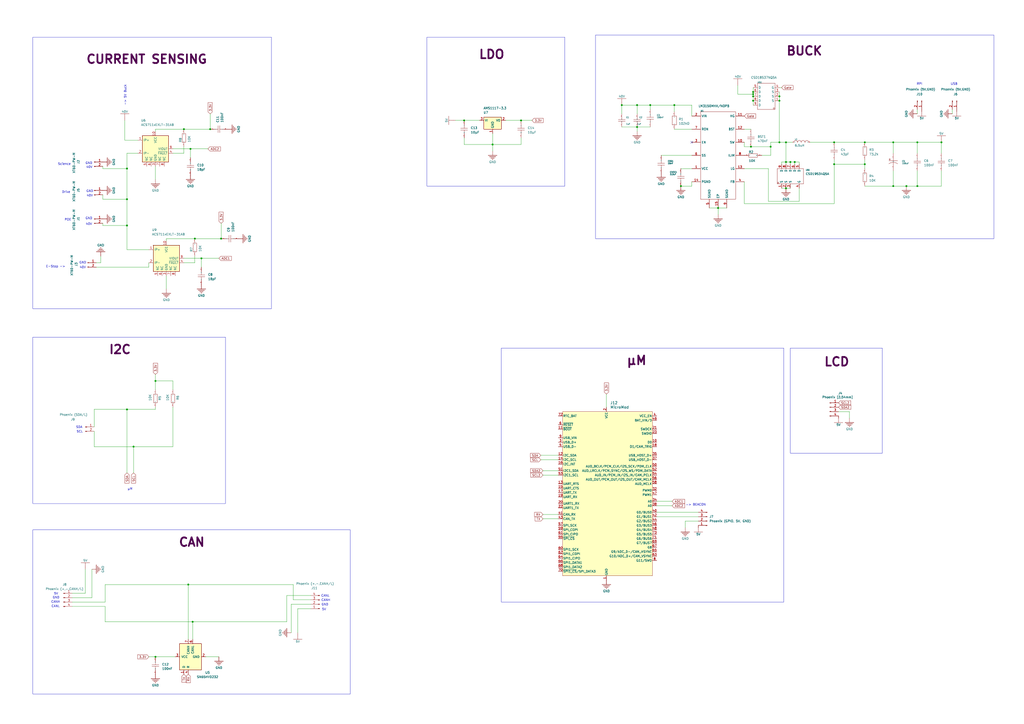
<source format=kicad_sch>
(kicad_sch (version 20231120) (generator "eeschema") (generator_version "8.0")
  (paper "A2")
  (junction (at 501.65 82.55))
  (junction (at 391.16 60.96))
  (junction (at 452.12 55.88))
  (junction (at 452.12 82.55))
  (junction (at 416.56 120.65))
  (junction (at 285.75 83.82))
  (junction (at 501.65 95.25))
  (junction (at 106.68 74.93))
  (junction (at 73.66 130.81))
  (junction (at 436.88 53.34))
  (junction (at 73.66 97.79))
  (junction (at 369.57 73.66))
  (junction (at 436.88 58.42))
  (junction (at 483.87 82.55))
  (junction (at 90.17 381))
  (junction (at 455.93 82.55))
  (junction (at 461.01 93.98))
  (junction (at 518.16 107.95))
  (junction (at 518.16 82.55))
  (junction (at 360.68 60.96))
  (junction (at 90.17 220.98))
  (junction (at 452.12 58.42))
  (junction (at 458.47 93.98))
  (junction (at 436.88 54.61))
  (junction (at 302.26 69.85))
  (junction (at 377.19 60.96))
  (junction (at 128.27 138.43))
  (junction (at 269.24 69.85))
  (junction (at 447.04 85.09))
  (junction (at 455.93 93.98))
  (junction (at 394.97 107.95))
  (junction (at 73.66 237.49))
  (junction (at 111.76 360.68))
  (junction (at 109.22 339.09))
  (junction (at 73.66 115.57))
  (junction (at 532.13 82.55))
  (junction (at 483.87 95.25))
  (junction (at 110.49 86.36))
  (junction (at 532.13 107.95))
  (junction (at 121.92 74.93))
  (junction (at 369.57 60.96))
  (junction (at 436.88 55.88))
  (junction (at 546.1 82.55))
  (junction (at 455.93 109.22))
  (junction (at 525.78 107.95))
  (junction (at 77.47 259.08))
  (junction (at 116.84 149.86))
  (junction (at 435.61 85.09))
  (junction (at 113.03 138.43))
  (no_connect (at 401.32 82.55))
  (wire (pts (xy 116.84 154.94) (xy 116.84 149.86)))
  (wire (pts (xy 59.69 130.81) (xy 73.66 130.81)))
  (wire (pts (xy 60.96 360.68) (xy 60.96 351.79)))
  (wire (pts (xy 532.13 82.55) (xy 532.13 88.9)))
  (wire (pts (xy 518.16 99.06) (xy 518.16 107.95)))
  (wire (pts (xy 427.99 49.53) (xy 427.99 54.61)))
  (wire (pts (xy 54.61 250.19) (xy 54.61 259.08)))
  (wire (pts (xy 436.88 54.61) (xy 427.99 54.61)))
  (wire (pts (xy 73.66 88.9) (xy 73.66 97.79)))
  (wire (pts (xy 73.66 130.81) (xy 73.66 144.78)))
  (wire (pts (xy 455.93 82.55) (xy 455.93 93.98)))
  (wire (pts (xy 96.52 138.43) (xy 96.52 139.7)))
  (wire (pts (xy 285.75 83.82) (xy 302.26 83.82)))
  (wire (pts (xy 59.69 96.52) (xy 59.69 97.79)))
  (wire (pts (xy 60.96 360.68) (xy 111.76 360.68)))
  (wire (pts (xy 90.17 217.17) (xy 90.17 220.98)))
  (wire (pts (xy 55.88 154.94) (xy 86.36 154.94)))
  (wire (pts (xy 113.03 138.43) (xy 128.27 138.43)))
  (wire (pts (xy 518.16 82.55) (xy 532.13 82.55)))
  (wire (pts (xy 436.88 55.88) (xy 436.88 58.42)))
  (wire (pts (xy 90.17 96.52) (xy 90.17 104.14)))
  (wire (pts (xy 106.68 88.9) (xy 100.33 88.9)))
  (wire (pts (xy 532.13 63.5) (xy 532.13 66.04)))
  (wire (pts (xy 313.69 264.16) (xy 323.85 264.16)))
  (wire (pts (xy 483.87 118.11) (xy 431.8 118.11)))
  (wire (pts (xy 452.12 53.34) (xy 452.12 55.88)))
  (wire (pts (xy 41.91 346.71) (xy 53.34 346.71)))
  (wire (pts (xy 285.75 83.82) (xy 285.75 77.47)))
  (wire (pts (xy 59.69 130.81) (xy 59.69 129.54)))
  (wire (pts (xy 369.57 60.96) (xy 377.19 60.96)))
  (wire (pts (xy 391.16 60.96) (xy 391.16 64.77)))
  (wire (pts (xy 492.76 238.76) (xy 492.76 242.57)))
  (wire (pts (xy 59.69 113.03) (xy 59.69 115.57)))
  (wire (pts (xy 80.01 81.28) (xy 72.39 81.28)))
  (wire (pts (xy 518.16 82.55) (xy 518.16 88.9)))
  (wire (pts (xy 90.17 74.93) (xy 90.17 76.2)))
  (wire (pts (xy 518.16 107.95) (xy 501.65 107.95)))
  (wire (pts (xy 41.91 344.17) (xy 49.53 344.17)))
  (wire (pts (xy 532.13 107.95) (xy 546.1 107.95)))
  (wire (pts (xy 463.55 93.98) (xy 461.01 93.98)))
  (wire (pts (xy 452.12 55.88) (xy 452.12 58.42)))
  (wire (pts (xy 455.93 109.22) (xy 458.47 109.22)))
  (wire (pts (xy 483.87 82.55) (xy 469.9 82.55)))
  (wire (pts (xy 180.34 353.06) (xy 172.72 353.06)))
  (wire (pts (xy 168.91 367.03) (xy 168.91 350.52)))
  (wire (pts (xy 86.36 144.78) (xy 73.66 144.78)))
  (wire (pts (xy 121.92 66.04) (xy 121.92 74.93)))
  (wire (pts (xy 53.34 330.2) (xy 53.34 346.71)))
  (wire (pts (xy 60.96 351.79) (xy 41.91 351.79)))
  (wire (pts (xy 389.89 293.37) (xy 381 293.37)))
  (wire (pts (xy 302.26 69.85) (xy 308.61 69.85)))
  (wire (pts (xy 486.41 238.76) (xy 492.76 238.76)))
  (wire (pts (xy 518.16 82.55) (xy 501.65 82.55)))
  (wire (pts (xy 54.61 237.49) (xy 73.66 237.49)))
  (wire (pts (xy 394.97 97.8154) (xy 401.32 97.79)))
  (wire (pts (xy 86.36 154.94) (xy 86.36 152.4)))
  (wire (pts (xy 436.88 53.34) (xy 436.88 54.61)))
  (wire (pts (xy 60.96 339.09) (xy 60.96 349.25)))
  (wire (pts (xy 166.37 345.44) (xy 166.37 360.68)))
  (wire (pts (xy 109.22 339.09) (xy 170.18 339.09)))
  (wire (pts (xy 501.65 92.71) (xy 501.65 95.25)))
  (wire (pts (xy 170.18 347.98) (xy 180.34 347.98)))
  (wire (pts (xy 431.8 85.09) (xy 435.61 85.09)))
  (wire (pts (xy 381 297.18) (xy 405.13 297.18)))
  (wire (pts (xy 73.66 115.57) (xy 73.66 130.81)))
  (wire (pts (xy 314.96 275.59) (xy 323.85 275.59)))
  (wire (pts (xy 416.56 120.65) (xy 411.48 120.65)))
  (wire (pts (xy 435.61 85.09) (xy 447.04 85.09)))
  (wire (pts (xy 455.93 82.55) (xy 452.12 82.55)))
  (wire (pts (xy 458.47 93.98) (xy 455.93 93.98)))
  (wire (pts (xy 377.19 63.5) (xy 377.19 60.96)))
  (wire (pts (xy 436.88 58.42) (xy 436.88 60.96)))
  (wire (pts (xy 483.87 95.25) (xy 483.87 118.11)))
  (wire (pts (xy 431.8 105.41) (xy 431.8 118.11)))
  (wire (pts (xy 269.24 69.85) (xy 278.13 69.85)))
  (wire (pts (xy 463.55 116.84) (xy 445.77 116.84)))
  (wire (pts (xy 59.69 97.79) (xy 73.66 97.79)))
  (wire (pts (xy 96.52 138.43) (xy 113.03 138.43)))
  (wire (pts (xy 381 299.72) (xy 405.13 299.72)))
  (wire (pts (xy 483.87 95.25) (xy 501.65 95.25)))
  (wire (pts (xy 369.57 73.66) (xy 369.57 76.2)))
  (wire (pts (xy 110.49 86.36) (xy 120.65 86.36)))
  (wire (pts (xy 401.32 60.96) (xy 401.32 67.31)))
  (wire (pts (xy 302.26 83.82) (xy 302.26 80.01)))
  (wire (pts (xy 459.74 82.55) (xy 455.93 82.55)))
  (wire (pts (xy 59.69 115.57) (xy 73.66 115.57)))
  (wire (pts (xy 389.89 290.83) (xy 381 290.83)))
  (wire (pts (xy 54.61 259.08) (xy 77.47 259.08)))
  (wire (pts (xy 100.33 220.98) (xy 100.33 226.06)))
  (wire (pts (xy 463.55 93.98) (xy 463.55 95.25)))
  (wire (pts (xy 525.78 107.95) (xy 532.13 107.95)))
  (wire (pts (xy 111.76 360.68) (xy 166.37 360.68)))
  (wire (pts (xy 90.17 237.49) (xy 73.66 237.49)))
  (wire (pts (xy 100.33 236.22) (xy 100.33 259.08)))
  (wire (pts (xy 447.04 85.09) (xy 447.04 82.55)))
  (wire (pts (xy 436.88 50.8) (xy 436.88 53.34)))
  (wire (pts (xy 546.1 107.95) (xy 546.1 99.06)))
  (wire (pts (xy 86.36 381) (xy 90.17 381)))
  (wire (pts (xy 453.39 93.98) (xy 453.39 95.25)))
  (wire (pts (xy 314.96 300.99) (xy 323.85 300.99)))
  (wire (pts (xy 394.97 107.95) (xy 401.32 107.95)))
  (wire (pts (xy 269.24 83.82) (xy 285.75 83.82)))
  (wire (pts (xy 110.49 91.44) (xy 110.49 86.36)))
  (wire (pts (xy 447.04 90.17) (xy 447.04 85.09)))
  (wire (pts (xy 72.39 81.28) (xy 72.39 69.85)))
  (wire (pts (xy 532.13 107.95) (xy 532.13 99.06)))
  (wire (pts (xy 360.68 60.96) (xy 369.57 60.96)))
  (wire (pts (xy 314.96 298.45) (xy 323.85 298.45)))
  (wire (pts (xy 113.03 152.4) (xy 106.68 152.4)))
  (wire (pts (xy 96.52 160.02) (xy 96.52 167.64)))
  (wire (pts (xy 445.77 97.79) (xy 445.77 116.84)))
  (wire (pts (xy 60.96 339.09) (xy 109.22 339.09)))
  (wire (pts (xy 106.68 74.93) (xy 121.92 74.93)))
  (wire (pts (xy 383.5146 90.17) (xy 401.32 90.17)))
  (wire (pts (xy 377.19 60.96) (xy 391.16 60.96)))
  (wire (pts (xy 106.68 149.86) (xy 116.84 149.86)))
  (wire (pts (xy 546.1 82.55) (xy 532.13 82.55)))
  (wire (pts (xy 73.66 88.9) (xy 80.01 88.9)))
  (wire (pts (xy 501.65 95.25) (xy 501.65 97.79)))
  (wire (pts (xy 360.68 60.96) (xy 360.68 66.04)))
  (wire (pts (xy 461.01 93.98) (xy 458.47 93.98)))
  (wire (pts (xy 452.12 58.42) (xy 452.12 82.55)))
  (wire (pts (xy 377.19 73.66) (xy 369.57 73.66)))
  (wire (pts (xy 73.66 97.79) (xy 73.66 115.57)))
  (wire (pts (xy 49.53 330.2) (xy 49.53 344.17)))
  (wire (pts (xy 90.17 220.98) (xy 100.33 220.98)))
  (wire (pts (xy 90.17 74.93) (xy 106.68 74.93)))
  (wire (pts (xy 73.66 237.49) (xy 73.66 274.32)))
  (wire (pts (xy 552.45 63.5) (xy 552.45 66.04)))
  (wire (pts (xy 100.33 86.36) (xy 110.49 86.36)))
  (wire (pts (xy 100.33 259.08) (xy 77.47 259.08)))
  (wire (pts (xy 455.93 93.98) (xy 455.93 95.25)))
  (wire (pts (xy 293.37 69.85) (xy 302.26 69.85)))
  (wire (pts (xy 447.04 82.55) (xy 452.12 82.55)))
  (wire (pts (xy 77.47 259.08) (xy 77.47 274.32)))
  (wire (pts (xy 405.13 302.26) (xy 397.51 302.26)))
  (wire (pts (xy 264.16 69.85) (xy 269.24 69.85)))
  (wire (pts (xy 501.65 82.55) (xy 483.87 82.55)))
  (wire (pts (xy 431.8 85.09) (xy 431.8 82.55)))
  (wire (pts (xy 369.57 66.04) (xy 369.57 60.96)))
  (wire (pts (xy 166.37 345.44) (xy 180.34 345.44)))
  (wire (pts (xy 452.12 50.8) (xy 453.39 50.8)))
  (wire (pts (xy 369.57 73.66) (xy 360.68 73.66)))
  (wire (pts (xy 447.04 90.17) (xy 441.96 90.17)))
  (wire (pts (xy 106.68 85.09) (xy 106.68 88.9)))
  (wire (pts (xy 436.88 54.61) (xy 436.88 55.88)))
  (wire (pts (xy 416.56 120.65) (xy 416.56 124.46)))
  (wire (pts (xy 90.17 220.98) (xy 90.17 226.06)))
  (wire (pts (xy 453.39 109.22) (xy 455.93 109.22)))
  (wire (pts (xy 483.87 92.71) (xy 483.87 95.25)))
  (wire (pts (xy 546.1 82.55) (xy 546.1 88.9)))
  (wire (pts (xy 314.96 273.05) (xy 323.85 273.05)))
  (wire (pts (xy 55.88 152.4) (xy 58.42 152.4)))
  (wire (pts (xy 170.18 339.09) (xy 170.18 347.98)))
  (wire (pts (xy 313.69 266.7) (xy 323.85 266.7)))
  (wire (pts (xy 111.76 360.68) (xy 111.76 370.84)))
  (wire (pts (xy 401.32 74.93) (xy 391.16 74.93)))
  (wire (pts (xy 518.16 107.95) (xy 525.78 107.95)))
  (wire (pts (xy 401.32 60.96) (xy 391.16 60.96)))
  (wire (pts (xy 431.8 74.93) (xy 435.61 74.93)))
  (wire (pts (xy 90.17 381) (xy 101.6 381)))
  (wire (pts (xy 269.24 80.01) (xy 269.24 83.82)))
  (wire (pts (xy 113.03 148.59) (xy 113.03 152.4)))
  (wire (pts (xy 116.84 149.86) (xy 127 149.86)))
  (wire (pts (xy 455.93 93.98) (xy 453.39 93.98)))
  (wire (pts (xy 60.96 349.25) (xy 41.91 349.25)))
  (wire (pts (xy 119.38 381) (xy 127 381)))
  (wire (pts (xy 397.51 302.26) (xy 397.51 306.07)))
  (wire (pts (xy 416.56 120.65) (xy 421.64 120.65)))
  (wire (pts (xy 109.22 339.09) (xy 109.22 370.84)))
  (wire (pts (xy 458.47 93.98) (xy 458.47 95.25)))
  (wire (pts (xy 445.77 97.79) (xy 431.8 97.79)))
  (wire (pts (xy 351.79 228.6) (xy 351.79 236.22)))
  (wire (pts (xy 401.32 107.95) (xy 401.32 105.41)))
  (wire (pts (xy 463.55 116.84) (xy 463.55 109.22)))
  (wire (pts (xy 461.01 93.98) (xy 461.01 95.25)))
  (wire (pts (xy 285.75 83.82) (xy 285.75 87.63)))
  (wire (pts (xy 54.61 237.49) (xy 54.61 247.65)))
  (wire (pts (xy 128.27 129.54) (xy 128.27 138.43)))
  (wire (pts (xy 180.34 350.52) (xy 168.91 350.52)))
  (wire (pts (xy 58.42 148.59) (xy 58.42 152.4)))
  (wire (pts (xy 172.72 367.03) (xy 172.72 353.06)))
  (wire (pts (xy 90.17 236.22) (xy 90.17 237.49)))
  (rectangle (start 19.05 195.58) (end 130.81 292.1))
  (rectangle (start 345.44 20.32) (end 576.58 138.43))
  (rectangle (start 19.05 307.34) (end 203.2 402.59))
  (rectangle (start 458.47 201.93) (end 511.81 262.89))
  (rectangle (start 19.05 21.59) (end 157.48 179.07))
  (rectangle (start 247.65 21.59) (end 327.66 107.95))
  (rectangle (start 290.83 201.93) (end 454.66 349.25))
  (text "GND" (at 52.07 110.998 0) (effects (font (size 1.27 1.27))))
  (text "GND" (at 32.512 346.71 0) (effects (font (size 1.27 1.27))))
  (text "40V" (at 51.562 130.048 0) (effects (font (size 1.27 1.27))))
  (text "I2C" (at 69.596 202.946 0) (effects (font (size 5 5) (bold yes))))
  (text "CANH" (at 188.976 348.234 0) (effects (font (size 1.27 1.27))))
  (text "CURRENT SENSING" (at 85.09 34.544 0) (effects (font (size 5 5) (bold yes))))
  (text "CAN" (at 111.252 314.706 0) (effects (font (size 5 5) (bold yes))))
  (text "5V" (at 187.96 353.568 0) (effects (font (size 1.27 1.27))))
  (text "SCL" (at 46.228 250.444 0) (effects (font (size 1.27 1.27))))
  (text "POE" (at 39.37 127.508 0) (effects (font (size 1.27 1.27))))
  (text "CANL" (at 188.722 345.694 0) (effects (font (size 1.27 1.27))))
  (text "Drive" (at 38.354 111.506 0) (effects (font (size 1.27 1.27))))
  (text "Science" (at 37.338 95.25 0) (effects (font (size 1.27 1.27))))
  (text "E-Stop ->" (at 32.258 154.686 0) (effects (font (size 1.27 1.27))))
  (text "BUCK" (at 466.598 29.718 0) (effects (font (size 5 5) (bold yes))))
  (text "40V" (at 51.816 97.028 0) (effects (font (size 1.27 1.27))))
  (text " -> 5V Buck" (at 72.644 55.626 90) (effects (font (size 1.27 1.27))))
  (text "SDA" (at 45.974 247.904 0) (effects (font (size 1.27 1.27))))
  (text "GND" (at 51.562 126.746 0) (effects (font (size 1.27 1.27))))
  (text "LDO" (at 285.242 31.75 0) (effects (font (size 5 5) (bold yes))))
  (text "40V" (at 52.07 113.538 0) (effects (font (size 1.27 1.27))))
  (text "-> BEACON" (at 403.606 292.862 0) (effects (font (size 1.27 1.27))))
  (text "GND" (at 188.468 350.774 0) (effects (font (size 1.27 1.27))))
  (text "GND" (at 48.006 152.4 0) (effects (font (size 1.27 1.27))))
  (text "CANL" (at 32.258 351.79 0) (effects (font (size 1.27 1.27))))
  (text "40V" (at 48.006 155.194 0) (effects (font (size 1.27 1.27))))
  (text "LCD" (at 485.394 210.058 0) (effects (font (size 5 5) (bold yes))))
  (text "5V" (at 32.512 344.424 0) (effects (font (size 1.27 1.27))))
  (text "CANH" (at 32.258 349.25 0) (effects (font (size 1.27 1.27))))
  (text "µM" (at 75.438 283.718 0) (effects (font (size 1.27 1.27))))
  (text "USB" (at 553.466 48.768 0) (effects (font (size 1.27 1.27))))
  (text "GND" (at 51.562 94.742 0) (effects (font (size 1.27 1.27))))
  (text "µM" (at 369.316 209.296 0) (effects (font (size 5 5) (bold yes))))
  (text "RPI" (at 533.4 48.768 0) (effects (font (size 1.27 1.27))))
  (global_label "RX" (shape input) (at 314.96 298.45 180) (property "Intersheetrefs" "${INTERSHEET_REFS}" (effects (hide yes))))
  (global_label "3.3V" (shape input) (at 121.92 66.04 90) (property "Intersheetrefs" "${INTERSHEET_REFS}" (effects (hide yes))))
  (global_label "SDA2" (shape input) (at 314.96 273.05 180) (property "Intersheetrefs" "${INTERSHEET_REFS}" (effects (hide yes))))
  (global_label "ADC2" (shape input) (at 120.65 86.36 0) (property "Intersheetrefs" "${INTERSHEET_REFS}" (effects (hide yes))))
  (global_label "SCL2" (shape input) (at 486.41 233.68 0) (property "Intersheetrefs" "${INTERSHEET_REFS}" (effects (hide yes))))
  (global_label "3.3V" (shape input) (at 86.36 381 180) (property "Intersheetrefs" "${INTERSHEET_REFS}" (effects (hide yes))))
  (global_label "SCL" (shape input) (at 77.47 274.32 270) (property "Intersheetrefs" "${INTERSHEET_REFS}" (effects (hide yes))))
  (global_label "Gate" (shape input) (at 431.8 67.31 0) (property "Intersheetrefs" "${INTERSHEET_REFS}" (effects (hide yes))))
  (global_label "3.3V" (shape input) (at 128.27 129.54 90) (property "Intersheetrefs" "${INTERSHEET_REFS}" (effects (hide yes))))
  (global_label "SCL" (shape input) (at 313.69 266.7 180) (property "Intersheetrefs" "${INTERSHEET_REFS}" (effects (hide yes))))
  (global_label "3.3V" (shape input) (at 308.61 69.85 0) (property "Intersheetrefs" "${INTERSHEET_REFS}" (effects (hide yes))))
  (global_label "ADC2" (shape input) (at 389.89 293.37 0) (property "Intersheetrefs" "${INTERSHEET_REFS}" (effects (hide yes))))
  (global_label "ADC1" (shape input) (at 389.89 290.83 0) (property "Intersheetrefs" "${INTERSHEET_REFS}" (effects (hide yes))))
  (global_label "RX" (shape input) (at 109.22 391.16 270) (property "Intersheetrefs" "${INTERSHEET_REFS}" (effects (hide yes))))
  (global_label "SDA2" (shape input) (at 486.41 236.22 0) (property "Intersheetrefs" "${INTERSHEET_REFS}" (effects (hide yes))))
  (global_label "TX" (shape input) (at 314.96 300.99 180) (property "Intersheetrefs" "${INTERSHEET_REFS}" (effects (hide yes))))
  (global_label "ADC1" (shape input) (at 127 149.86 0) (property "Intersheetrefs" "${INTERSHEET_REFS}" (effects (hide yes))))
  (global_label "3.3V" (shape input) (at 351.79 228.6 90) (property "Intersheetrefs" "${INTERSHEET_REFS}" (effects (hide yes))))
  (global_label "TX" (shape input) (at 106.68 391.16 270) (property "Intersheetrefs" "${INTERSHEET_REFS}" (effects (hide yes))))
  (global_label "SCL2" (shape input) (at 314.96 275.59 180) (property "Intersheetrefs" "${INTERSHEET_REFS}" (effects (hide yes))))
  (global_label "SDA" (shape input) (at 73.66 274.32 270) (property "Intersheetrefs" "${INTERSHEET_REFS}" (effects (hide yes))))
  (global_label "Gate" (shape input) (at 453.39 50.8 0) (property "Intersheetrefs" "${INTERSHEET_REFS}" (effects (hide yes))))
  (global_label "3.3V" (shape input) (at 90.17 217.17 90) (property "Intersheetrefs" "${INTERSHEET_REFS}" (effects (hide yes))))
  (global_label "SDA" (shape input) (at 313.69 264.16 180) (property "Intersheetrefs" "${INTERSHEET_REFS}" (effects (hide yes))))
  (symbol (lib_id "finalhand-easyedapro:SRR1208-6R5ML") (at 464.82 82.55 0) (unit 1) (on_board no)
    (property "Reference" "L1" (at 461.01 81.28 0) (effects (font (size 0.8382 0.8382)) (justify left bottom)))
    (property "Value" "6.5uH" (at 461.01 85.09 0) (effects (justify left bottom)))
    (property "Footprint" "finalhand-easyedapro:IND-SMD_L12.7-W12.7" (effects (hide yes)))
  )
  (symbol (lib_id "finalhand-easyedapro:CSD19534Q5A") (at 455.93 102.87 90) (unit 1) (on_board no)
    (property "Reference" "LS1" (at 467.36 99.06 90) (effects (font (size 0.8382 0.8382)) (justify right top)))
    (property "Value" "CSD19534Q5A" (at 467.36 101.6 90) (effects (justify right top)))
    (property "Footprint" "finalhand-easyedapro:POWERVDFN-8_L6.0-W5.0-P1.27-BL" (effects (hide yes)))
  )
  (symbol (lib_id "Sensor_Current:ACS711xEXLT-31AB") (at 90.17 86.36 0) (unit 1)
    (property "Reference" "U6" (at 81.788 69.85 0) (effects (justify left)))
    (property "Value" "ACS711xEXLT-31AB" (at 81.788 72.39 0) (effects (justify left)))
    (property "Footprint" "Sensor_Current:Allegro_QFN-12-10-1EP_3x3mm_P0.5mm" (effects (hide yes)))
    (property "Datasheet" "http://www.allegromicro.com/~/Media/Files/Datasheets/ACS711-Datasheet.ashx" (effects (hide yes)))
    (property "Description" "±31A Bidirectional, Hall-Effect Current Sensor, +3.3V supply, 45mV/A, QFN-12" (effects (hide yes)))
  )
  (symbol (lib_id "finalhand-easyedapro:CAP") (at 435.61 80.01 90) (unit 1) (on_board no)
    (property "Reference" "BST1" (at 439.42 80.01 90) (effects (justify right top)))
    (property "Value" "470nF" (at 439.42 82.55 90) (effects (justify right top)))
    (property "Footprint" "finalhand-easyedapro:C0402" (effects (hide yes)))
  )
  (symbol (lib_id "finalhand-easyedapro:GRM21BR71A225KA01L") (at 394.97 102.87 90) (unit 1) (on_board no)
    (property "Reference" "CVCC1" (at 388.62 100.33 90) (effects (font (size 0.8382 0.8382)) (justify right top)))
    (property "Value" "2.2uF" (at 388.62 101.6 90) (effects (font (size 0.8382 0.8382)) (justify right top)))
    (property "Footprint" "finalhand-easyedapro:C0805" (effects (hide yes)))
  )
  (symbol (lib_id "finalhand-easyedapro:Ground-GND") (at 397.51 306.07 0) (unit 1)
    (property "Reference" "#PWR020" (effects (hide yes)))
    (property "Value" "GND" (at 397.51 312.42 0))
    (property "Footprint" "finalhand-easyedapro:" (effects (hide yes)))
    (property "Description" "Power symbol creates a global label with name 'GND'" (effects (hide yes)))
  )
  (symbol (lib_id "finalhand-easyedapro:Ground-GND") (at 90.17 391.16 0) (unit 1)
    (property "Reference" "#PWR013" (effects (hide yes)))
    (property "Value" "GND" (at 90.17 397.51 0))
    (property "Footprint" "finalhand-easyedapro:" (effects (hide yes)))
    (property "Description" "Power symbol creates a global label with name 'GND'" (effects (hide yes)))
  )
  (symbol (lib_id "finalhand-easyedapro:CAP") (at 127 74.93 180) (unit 1)
    (property "Reference" "C11" (at 127 71.12 90) (effects (justify right top)))
    (property "Value" "100nF" (at 129.54 71.12 90) (effects (justify right top)))
    (property "Footprint" "finalhand-easyedapro:C0402" (effects (hide yes)))
  )
  (symbol (lib_id "finalhand-easyedapro:Ground-GND") (at 53.34 330.2 90) (unit 1)
    (property "Reference" "#PWR032" (effects (hide yes)))
    (property "Value" "GND" (at 59.69 330.2 0))
    (property "Footprint" "finalhand-easyedapro:" (effects (hide yes)))
    (property "Description" "Power symbol creates a global label with name 'GND'" (effects (hide yes)))
  )
  (symbol (lib_id "finalhand-easyedapro:Ground-GND") (at 138.43 138.43 90) (unit 1)
    (property "Reference" "#PWR014" (effects (hide yes)))
    (property "Value" "GND" (at 144.78 138.43 0))
    (property "Footprint" "finalhand-easyedapro:" (effects (hide yes)))
    (property "Description" "Power symbol creates a global label with name 'GND'" (effects (hide yes)))
  )
  (symbol (lib_name "Power-VCC_1") (lib_id "finalhand-easyedapro:Power-VCC") (at 49.53 330.2 0) (unit 1)
    (property "Reference" "#PWR033" (effects (hide yes)))
    (property "Value" "5V" (at 49.53 325.12 0))
    (property "Footprint" "finalhand-easyedapro:" (effects (hide yes)))
    (property "Description" "Power symbol creates a global label with name 'VCC'" (effects (hide yes)))
  )
  (symbol (lib_id "finalhand-easyedapro:Ground-GND") (at 532.13 66.04 270) (unit 1)
    (property "Reference" "#PWR042" (effects (hide yes)))
    (property "Value" "GND" (at 525.78 66.04 0))
    (property "Footprint" "finalhand-easyedapro:" (effects (hide yes)))
    (property "Description" "Power symbol creates a global label with name 'GND'" (effects (hide yes)))
  )
  (symbol (lib_id "finalhand-easyedapro:Ground-GND") (at 59.69 93.98 90) (unit 1)
    (property "Reference" "#PWR038" (effects (hide yes)))
    (property "Value" "GND" (at 66.04 93.98 0))
    (property "Footprint" "finalhand-easyedapro:" (effects (hide yes)))
    (property "Description" "Power symbol creates a global label with name 'GND'" (effects (hide yes)))
  )
  (symbol (lib_id "Sensor_Current:ACS711xEXLT-31AB") (at 96.52 149.86 0) (unit 1)
    (property "Reference" "U9" (at 88.138 133.35 0) (effects (justify left)))
    (property "Value" "ACS711xEXLT-31AB" (at 88.138 135.89 0) (effects (justify left)))
    (property "Footprint" "Sensor_Current:Allegro_QFN-12-10-1EP_3x3mm_P0.5mm" (effects (hide yes)))
    (property "Datasheet" "http://www.allegromicro.com/~/Media/Files/Datasheets/ACS711-Datasheet.ashx" (effects (hide yes)))
    (property "Description" "±31A Bidirectional, Hall-Effect Current Sensor, +3.3V supply, 45mV/A, QFN-12" (effects (hide yes)))
  )
  (symbol (lib_id "Regulator_Linear:AMS1117-3.3") (at 285.75 69.85 0) (unit 1)
    (property "Reference" "U7" (at 280.416 65.278 0) (effects (justify left)))
    (property "Value" "AMS1117-3.3" (at 280.416 62.738 0) (effects (justify left)))
    (property "Footprint" "Package_TO_SOT_SMD:SOT-223-3_TabPin2" (effects (hide yes)))
    (property "Datasheet" "http://www.advanced-monolithic.com/pdf/ds1117.pdf" (effects (hide yes)))
    (property "Description" "1A Low Dropout regulator, positive, 3.3V fixed output, SOT-223" (effects (hide yes)))
  )
  (symbol (lib_id "finalhand-easyedapro:Res") (at 501.65 87.63 90) (unit 1) (on_board no)
    (property "Reference" "R3" (at 504.19 87.63 90) (effects (justify right top)))
    (property "Value" "73.2k" (at 504.19 90.17 90) (effects (justify right top)))
    (property "Footprint" "finalhand-easyedapro:R0402" (effects (hide yes)))
  )
  (symbol (lib_id "finalhand-easyedapro:Res") (at 100.33 231.14 270) (unit 1)
    (property "Reference" "R6" (at 102.362 229.362 0) (effects (justify left bottom)))
    (property "Value" "10K" (at 96.52 228.6 0) (effects (justify left bottom)))
    (property "Footprint" "finalhand-easyedapro:R0402" (effects (hide yes)))
  )
  (symbol (lib_id "finalhand-easyedapro:GRM188R72A104KA35D") (at 377.19 68.58 90) (unit 1) (on_board no)
    (property "Reference" "C3" (at 381 67.31 90) (effects (font (size 0.8382 0.8382)) (justify right top)))
    (property "Value" "100nF" (at 381 68.58 90) (effects (font (size 0.8382 0.8382)) (justify right top)))
    (property "Footprint" "finalhand-easyedapro:C0603" (effects (hide yes)))
  )
  (symbol (lib_id "finalhand-easyedapro:CAP") (at 302.26 74.93 90) (unit 1)
    (property "Reference" "C14" (at 306.07 74.93 90) (effects (justify right top)))
    (property "Value" "10µF" (at 306.07 77.47 90) (effects (justify right top)))
    (property "Footprint" "Capacitor_SMD:C_0603_1608Metric" (effects (hide yes)))
  )
  (symbol (lib_id "Connector:Conn_01x02_Pin") (at 50.8 152.4 0) (unit 1)
    (property "Reference" "J3" (at 44.196 152.146 90) (effects (justify right)))
    (property "Value" "XT60-PW-M" (at 41.656 147.828 90) (effects (justify right)))
    (property "Footprint" "Connector_AMASS:AMASS_XT60PW-M_1x02_P7.20mm_Horizontal" (effects (hide yes)))
    (property "Description" "Generic connector, single row, 01x02, script generated" (effects (hide yes)))
  )
  (symbol (lib_id "finalhand-easyedapro:Power-VCC") (at 360.68 60.96 0) (unit 1) (on_board no)
    (property "Reference" "#PWR01" (effects (hide yes)))
    (property "Value" "40V" (at 360.68 55.88 0))
    (property "Footprint" "finalhand-easyedapro:" (effects (hide yes)))
    (property "Description" "Power symbol creates a global label with name 'VCC'" (effects (hide yes)))
  )
  (symbol (lib_id "Connector:Conn_01x02_Pin") (at 49.53 247.65 0) (unit 1)
    (property "Reference" "J9" (at 43.434 243.332 0) (effects (justify right)))
    (property "Value" "Phoenix (SDA/L)" (at 50.8 240.538 0) (effects (justify right)))
    (property "Footprint" "Connector_Phoenix_MC:PhoenixContact_MC_1,5_2-G-3.5_1x02_P3.50mm_Horizontal" (effects (hide yes)))
    (property "Description" "Generic connector, single row, 01x02, script generated" (effects (hide yes)))
  )
  (symbol (lib_id "Connector:Conn_01x04_Pin") (at 185.42 350.52 180) (unit 1)
    (property "Reference" "J11" (at 182.372 341.122 0))
    (property "Value" "Phoenix (+,-,CANH/L)" (at 182.753 338.582 0))
    (property "Footprint" "Connector_Phoenix_MC:PhoenixContact_MC_1,5_4-G-3.5_1x04_P3.50mm_Horizontal" (effects (hide yes)))
    (property "Description" "Generic connector, single row, 01x04, script generated" (effects (hide yes)))
  )
  (symbol (lib_name "Power-VCC_1") (lib_id "finalhand-easyedapro:Power-VCC") (at 534.67 63.5 180) (unit 1)
    (property "Reference" "#PWR041" (effects (hide yes)))
    (property "Value" "5V" (at 534.67 68.58 0))
    (property "Footprint" "finalhand-easyedapro:" (effects (hide yes)))
    (property "Description" "Power symbol creates a global label with name 'VCC'" (effects (hide yes)))
  )
  (symbol (lib_id "finalhand-easyedapro:CAP") (at 483.87 87.63 90) (unit 1) (on_board no)
    (property "Reference" "C4" (at 487.68 87.63 90) (effects (justify right top)))
    (property "Value" "43pF" (at 487.68 90.17 90) (effects (justify right top)))
    (property "Footprint" "finalhand-easyedapro:C0402" (effects (hide yes)))
  )
  (symbol (lib_name "Power-VCC_1") (lib_id "finalhand-easyedapro:Power-VCC") (at 264.16 69.85 90) (unit 1)
    (property "Reference" "#PWR027" (effects (hide yes)))
    (property "Value" "5V" (at 259.08 69.85 0))
    (property "Footprint" "finalhand-easyedapro:" (effects (hide yes)))
    (property "Description" "Power symbol creates a global label with name 'VCC'" (effects (hide yes)))
  )
  (symbol (lib_id "Interface_CAN_LIN:SN65HVD232") (at 109.22 381 90) (unit 1)
    (property "Reference" "U5" (at 120.396 390.144 90))
    (property "Value" "SN65HVD232" (at 120.396 392.684 90))
    (property "Footprint" "Package_SO:SOIC-8_3.9x4.9mm_P1.27mm" (effects (hide yes)))
    (property "Datasheet" "http://www.ti.com/lit/ds/symlink/sn65hvd230.pdf" (effects (hide yes)))
    (property "Description" "CAN Bus Transceivers, 3.3V, 1Mbps, SOIC-8" (effects (hide yes)))
  )
  (symbol (lib_id "finalhand-easyedapro:CSD18537NQ5A") (at 444.5 55.88 180) (unit 1) (on_board no)
    (property "Reference" "HS1" (at 439.42 48.26 0) (effects (font (size 0.8382 0.8382)) (justify right top)))
    (property "Value" "CSD18537NQ5A" (at 435.61 45.72 0) (effects (justify right top)))
    (property "Footprint" "finalhand-easyedapro:DFN-8_L5.9-W5.2-P1.27-LS6.2-BL" (effects (hide yes)))
  )
  (symbol (lib_id "finalhand-easyedapro:Res") (at 113.03 143.51 90) (unit 1)
    (property "Reference" "R7" (at 111.76 146.05 0) (effects (justify left bottom)))
    (property "Value" "10K" (at 116.84 146.05 0) (effects (justify left bottom)))
    (property "Footprint" "finalhand-easyedapro:R0402" (effects (hide yes)))
  )
  (symbol (lib_id "finalhand-easyedapro:Ground-GND") (at 132.08 74.93 90) (unit 1)
    (property "Reference" "#PWR028" (effects (hide yes)))
    (property "Value" "GND" (at 138.43 74.93 0))
    (property "Footprint" "finalhand-easyedapro:" (effects (hide yes)))
    (property "Description" "Power symbol creates a global label with name 'GND'" (effects (hide yes)))
  )
  (symbol (lib_id "finalhand-easyedapro:Ground-GND") (at 59.69 127 90) (unit 1)
    (property "Reference" "#PWR029" (effects (hide yes)))
    (property "Value" "GND" (at 66.04 127 0))
    (property "Footprint" "finalhand-easyedapro:" (effects (hide yes)))
    (property "Description" "Power symbol creates a global label with name 'GND'" (effects (hide yes)))
  )
  (symbol (lib_id "finalhand-easyedapro:Ground-GND") (at 416.56 124.46 0) (unit 1) (on_board no)
    (property "Reference" "#PWR05" (effects (hide yes)))
    (property "Value" "GND" (at 416.56 130.81 0))
    (property "Footprint" "finalhand-easyedapro:" (effects (hide yes)))
    (property "Description" "Power symbol creates a global label with name 'GND'" (effects (hide yes)))
  )
  (symbol (lib_id "finalhand-easyedapro:GRM31CR72A105KA01L") (at 369.57 69.85 90) (unit 1) (on_board no)
    (property "Reference" "C2" (at 370.84 68.58 90) (effects (font (size 0.8382 0.8382)) (justify right top)))
    (property "Value" "1uF" (at 369.57 72.39 90) (effects (font (size 0.8382 0.8382)) (justify right top)))
    (property "Footprint" "finalhand-easyedapro:C1206" (effects (hide yes)))
  )
  (symbol (lib_id "finalhand-easyedapro:Res") (at 436.88 90.17 0) (unit 1) (on_board no)
    (property "Reference" "R2" (at 434.34 88.9 0) (effects (justify left bottom)))
    (property "Value" "10K" (at 434.34 93.98 0) (effects (justify left bottom)))
    (property "Footprint" "finalhand-easyedapro:R0402" (effects (hide yes)))
  )
  (symbol (lib_id "finalhand-easyedapro:CAP") (at 546.1 93.98 90) (unit 1) (on_board no)
    (property "Reference" "C7" (at 549.91 93.98 90) (effects (justify right top)))
    (property "Value" "100nF" (at 549.91 96.52 90) (effects (justify right top)))
    (property "Footprint" "finalhand-easyedapro:C0402" (effects (hide yes)))
  )
  (symbol (lib_id "Connector:Conn_01x02_Pin") (at 534.67 58.42 270) (unit 1)
    (property "Reference" "J10" (at 535.178 54.61 90) (effects (justify right)))
    (property "Value" "Phoenix (5V,GND)" (at 542.544 51.816 90) (effects (justify right)))
    (property "Footprint" "Connector_Phoenix_MC:PhoenixContact_MC_1,5_2-G-3.5_1x02_P3.50mm_Horizontal" (effects (hide yes)))
    (property "Description" "Generic connector, single row, 01x02, script generated" (effects (hide yes)))
  )
  (symbol (lib_id "finalhand-easyedapro:LM3150MHX") (at 416.56 82.55 0) (unit 1) (on_board no)
    (property "Reference" "U1" (at 406.4 64.77 0) (effects (font (size 0.8382 0.8382)) (justify left bottom)))
    (property "Value" "LM3150MHX/NOPB" (at 405.13 62.23 0) (effects (justify left bottom)))
    (property "Footprint" "finalhand-easyedapro:HTSSOP-14_L5.0-W4.4-P0.65-LS6.4-BL-EP" (effects (hide yes)))
  )
  (symbol (lib_id "finalhand-easyedapro:Ground-GND") (at 285.75 87.63 0) (unit 1)
    (property "Reference" "#PWR015" (effects (hide yes)))
    (property "Value" "GND" (at 285.75 93.98 0))
    (property "Footprint" "finalhand-easyedapro:" (effects (hide yes)))
    (property "Description" "Power symbol creates a global label with name 'GND'" (effects (hide yes)))
  )
  (symbol (lib_id "finalhand-easyedapro:CAP") (at 269.24 74.93 90) (unit 1)
    (property "Reference" "C13" (at 273.05 74.93 90) (effects (justify right top)))
    (property "Value" "10µF" (at 273.05 77.47 90) (effects (justify right top)))
    (property "Footprint" "Capacitor_SMD:C_0603_1608Metric" (effects (hide yes)))
  )
  (symbol (lib_id "finalhand-easyedapro:Ground-GND") (at 96.52 167.64 0) (unit 1)
    (property "Reference" "#PWR016" (effects (hide yes)))
    (property "Value" "GND" (at 96.52 173.99 0))
    (property "Footprint" "finalhand-easyedapro:" (effects (hide yes)))
    (property "Description" "Power symbol creates a global label with name 'GND'" (effects (hide yes)))
  )
  (symbol (lib_id "Micromod Connector:MicroMod") (at 335.28 241.3 0) (unit 1)
    (property "Reference" "J12" (at 353.9841 233.68 0) (effects (font (size 1.524 1.524)) (justify left)))
    (property "Value" "MicroMod" (at 353.9841 236.22 0) (effects (font (size 1.524 1.524)) (justify left)))
    (property "Footprint" "M2 Connect:micromod" (effects (hide yes)))
    (property "Datasheet" "https://cdn.sparkfun.com/assets/learn_tutorials/1/2/0/6/SparkFun_MicroMod_Interface_v1.0_-_Pin_Descriptions.pdf" (effects (hide yes)))
    (property "Description" "A microprocessor board mount" (effects (hide yes)))
  )
  (symbol (lib_id "finalhand-easyedapro:Ground-GND") (at 383.54 100.33 0) (unit 1) (on_board no)
    (property "Reference" "#PWR03" (effects (hide yes)))
    (property "Value" "GND" (at 383.54 106.68 0))
    (property "Footprint" "finalhand-easyedapro:" (effects (hide yes)))
    (property "Description" "Power symbol creates a global label with name 'GND'" (effects (hide yes)))
  )
  (symbol (lib_id "Connector:Conn_01x02_Pin") (at 54.61 127 0) (unit 1)
    (property "Reference" "J1" (at 45.466 125.73 90) (effects (justify right)))
    (property "Value" "XT60-PW-M" (at 42.926 121.412 90) (effects (justify right)))
    (property "Footprint" "Connector_AMASS:AMASS_XT60PW-M_1x02_P7.20mm_Horizontal" (effects (hide yes)))
    (property "Description" "Generic connector, single row, 01x02, script generated" (effects (hide yes)))
  )
  (symbol (lib_name "Power-VCC_1") (lib_id "finalhand-easyedapro:Power-VCC") (at 554.99 63.5 180) (unit 1)
    (property "Reference" "#PWR044" (effects (hide yes)))
    (property "Value" "5V" (at 554.99 68.58 0))
    (property "Footprint" "finalhand-easyedapro:" (effects (hide yes)))
    (property "Description" "Power symbol creates a global label with name 'VCC'" (effects (hide yes)))
  )
  (symbol (lib_id "Connector:Conn_01x04_Pin") (at 36.83 346.71 0) (unit 1)
    (property "Reference" "J8" (at 37.465 339.09 0))
    (property "Value" "Phoenix (+,-,CANH/L)" (at 37.465 341.63 0))
    (property "Footprint" "Connector_Phoenix_MC:PhoenixContact_MC_1,5_4-G-3.5_1x04_P3.50mm_Horizontal" (effects (hide yes)))
    (property "Description" "Generic connector, single row, 01x04, script generated" (effects (hide yes)))
  )
  (symbol (lib_id "Connector:Conn_01x04_Pin") (at 481.33 236.22 0) (unit 1)
    (property "Reference" "J4" (at 487.426 228.092 0))
    (property "Value" "Phoenix [2.54mm]" (at 485.902 230.378 0))
    (property "Footprint" "TerminalBlock_Phoenix:TerminalBlock_Phoenix_MPT-0,5-4-2.54_1x04_P2.54mm_Horizontal" (effects (hide yes)))
    (property "Description" "Generic connector, single row, 01x04, script generated" (effects (hide yes)))
  )
  (symbol (lib_id "finalhand-easyedapro:Power-VCC") (at 72.39 69.85 0) (unit 1)
    (property "Reference" "#PWR011" (effects (hide yes)))
    (property "Value" "40V" (at 72.39 64.77 0))
    (property "Footprint" "finalhand-easyedapro:" (effects (hide yes)))
    (property "Description" "Power symbol creates a global label with name 'VCC'" (effects (hide yes)))
  )
  (symbol (lib_id "Connector:Conn_01x04_Pin") (at 410.21 302.26 180) (unit 1)
    (property "Reference" "J7" (at 411.48 299.7199 0) (effects (justify right)))
    (property "Value" "Phoenix (GPIO, 5V, GND)" (at 411.48 302.2599 0) (effects (justify right)))
    (property "Footprint" "Connector_Phoenix_MC:PhoenixContact_MC_1,5_4-G-3.5_1x04_P3.50mm_Horizontal" (effects (hide yes)))
    (property "Description" "Generic connector, single row, 01x04, script generated" (effects (hide yes)))
  )
  (symbol (lib_id "Connector:Conn_01x02_Pin") (at 54.61 93.98 0) (unit 1)
    (property "Reference" "J2" (at 45.466 92.71 90) (effects (justify right)))
    (property "Value" "XT60-PW-M" (at 42.926 88.392 90) (effects (justify right)))
    (property "Footprint" "Connector_AMASS:AMASS_XT60PW-M_1x02_P7.20mm_Horizontal" (effects (hide yes)))
    (property "Description" "Generic connector, single row, 01x02, script generated" (effects (hide yes)))
  )
  (symbol (lib_id "finalhand-easyedapro:Ground-GND") (at 351.79 336.55 0) (unit 1)
    (property "Reference" "#PWR021" (effects (hide yes)))
    (property "Value" "GND" (at 351.79 342.9 0))
    (property "Footprint" "finalhand-easyedapro:" (effects (hide yes)))
    (property "Description" "Power symbol creates a global label with name 'GND'" (effects (hide yes)))
  )
  (symbol (lib_id "finalhand-easyedapro:Ground-GND") (at 168.91 367.03 270) (unit 1)
    (property "Reference" "#PWR037" (effects (hide yes)))
    (property "Value" "GND" (at 162.56 367.03 0))
    (property "Footprint" "finalhand-easyedapro:" (effects (hide yes)))
    (property "Description" "Power symbol creates a global label with name 'GND'" (effects (hide yes)))
  )
  (symbol (lib_id "finalhand-easyedapro:Ground-GND") (at 110.49 101.6 0) (unit 1)
    (property "Reference" "#PWR025" (effects (hide yes)))
    (property "Value" "GND" (at 110.49 107.95 0))
    (property "Footprint" "finalhand-easyedapro:" (effects (hide yes)))
    (property "Description" "Power symbol creates a global label with name 'GND'" (effects (hide yes)))
  )
  (symbol (lib_name "Power-VCC_1") (lib_id "finalhand-easyedapro:Power-VCC") (at 486.41 241.3 180) (unit 1)
    (property "Reference" "#PWR022" (effects (hide yes)))
    (property "Value" "5V" (at 486.41 246.38 0))
    (property "Footprint" "finalhand-easyedapro:" (effects (hide yes)))
    (property "Description" "Power symbol creates a global label with name 'VCC'" (effects (hide yes)))
  )
  (symbol (lib_id "finalhand-easyedapro:GRM2195C1H153JA01D") (at 383.5146 95.25 90) (unit 1) (on_board no)
    (property "Reference" "CSS1" (at 387.3246 93.98 90) (effects (font (size 0.8382 0.8382)) (justify right top)))
    (property "Value" "15nF" (at 387.3246 95.25 90) (effects (font (size 0.8382 0.8382)) (justify right top)))
    (property "Footprint" "finalhand-easyedapro:C0805" (effects (hide yes)))
  )
  (symbol (lib_id "finalhand-easyedapro:CAP") (at 116.84 160.02 90) (unit 1)
    (property "Reference" "C8" (at 120.65 160.02 90) (effects (justify right top)))
    (property "Value" "18pF" (at 120.65 162.56 90) (effects (justify right top)))
    (property "Footprint" "Capacitor_SMD:C_0603_1608Metric" (effects (hide yes)))
  )
  (symbol (lib_id "finalhand-easyedapro:Power-VCC") (at 427.99 49.53 0) (unit 1) (on_board no)
    (property "Reference" "#PWR06" (effects (hide yes)))
    (property "Value" "40V" (at 427.99 44.45 0))
    (property "Footprint" "finalhand-easyedapro:" (effects (hide yes)))
    (property "Description" "Power symbol creates a global label with name 'VCC'" (effects (hide yes)))
  )
  (symbol (lib_id "finalhand-easyedapro:Ground-GND") (at 492.76 242.57 0) (unit 1)
    (property "Reference" "#PWR018" (effects (hide yes)))
    (property "Value" "GND" (at 492.76 248.92 0))
    (property "Footprint" "finalhand-easyedapro:" (effects (hide yes)))
    (property "Description" "Power symbol creates a global label with name 'GND'" (effects (hide yes)))
  )
  (symbol (lib_id "finalhand-easyedapro:CAP") (at 532.13 93.98 90) (unit 1) (on_board no)
    (property "Reference" "C6" (at 535.94 93.98 90) (effects (justify right top)))
    (property "Value" "100nF" (at 535.94 96.52 90) (effects (justify right top)))
    (property "Footprint" "finalhand-easyedapro:C0402" (effects (hide yes)))
  )
  (symbol (lib_id "finalhand-easyedapro:Res") (at 106.68 80.01 90) (unit 1)
    (property "Reference" "R8" (at 105.41 82.55 0) (effects (justify left bottom)))
    (property "Value" "10K" (at 110.49 82.55 0) (effects (justify left bottom)))
    (property "Footprint" "finalhand-easyedapro:R0402" (effects (hide yes)))
  )
  (symbol (lib_id "Connector:Conn_01x02_Pin") (at 554.99 58.42 270) (unit 1)
    (property "Reference" "J6" (at 555.498 54.61 90) (effects (justify right)))
    (property "Value" "Phoenix (5V,GND)" (at 562.864 51.816 90) (effects (justify right)))
    (property "Footprint" "Connector_Phoenix_MC:PhoenixContact_MC_1,5_2-G-3.5_1x02_P3.50mm_Horizontal" (effects (hide yes)))
    (property "Description" "Generic connector, single row, 01x02, script generated" (effects (hide yes)))
  )
  (symbol (lib_id "finalhand-easyedapro:Ground-GND") (at 127 381 0) (unit 1)
    (property "Reference" "#PWR019" (effects (hide yes)))
    (property "Value" "GND" (at 127 387.35 0))
    (property "Footprint" "finalhand-easyedapro:" (effects (hide yes)))
    (property "Description" "Power symbol creates a global label with name 'GND'" (effects (hide yes)))
  )
  (symbol (lib_id "finalhand-easyedapro:Ground-GND") (at 552.45 66.04 270) (unit 1)
    (property "Reference" "#PWR043" (effects (hide yes)))
    (property "Value" "GND" (at 546.1 66.04 0))
    (property "Footprint" "finalhand-easyedapro:" (effects (hide yes)))
    (property "Description" "Power symbol creates a global label with name 'GND'" (effects (hide yes)))
  )
  (symbol (lib_id "finalhand-easyedapro:GRM31CR72A105KA01L") (at 360.68 69.85 90) (unit 1) (on_board no)
    (property "Reference" "C1" (at 363.22 68.58 90) (effects (font (size 0.8382 0.8382)) (justify right top)))
    (property "Value" "1uF" (at 363.22 72.39 90) (effects (font (size 0.8382 0.8382)) (justify right top)))
    (property "Footprint" "finalhand-easyedapro:C1206" (effects (hide yes)))
  )
  (symbol (lib_id "finalhand-easyedapro:Ground-GND") (at 116.84 165.1 0) (unit 1)
    (property "Reference" "#PWR012" (effects (hide yes)))
    (property "Value" "GND" (at 116.84 171.45 0))
    (property "Footprint" "finalhand-easyedapro:" (effects (hide yes)))
    (property "Description" "Power symbol creates a global label with name 'GND'" (effects (hide yes)))
  )
  (symbol (lib_id "finalhand-easyedapro:Ground-GND") (at 394.97 107.95 0) (unit 1) (on_board no)
    (property "Reference" "#PWR04" (effects (hide yes)))
    (property "Value" "GND" (at 394.97 114.3 0))
    (property "Footprint" "finalhand-easyedapro:" (effects (hide yes)))
    (property "Description" "Power symbol creates a global label with name 'GND'" (effects (hide yes)))
  )
  (symbol (lib_id "finalhand-easyedapro:CAP") (at 90.17 386.08 90) (unit 1)
    (property "Reference" "C12" (at 93.98 386.08 90) (effects (justify right top)))
    (property "Value" "100nF" (at 93.98 388.62 90) (effects (justify right top)))
    (property "Footprint" "finalhand-easyedapro:C0402" (effects (hide yes)))
  )
  (symbol (lib_name "Power-VCC_1") (lib_id "finalhand-easyedapro:Power-VCC") (at 172.72 367.03 180) (unit 1)
    (property "Reference" "#PWR036" (effects (hide yes)))
    (property "Value" "5V" (at 172.72 372.11 0))
    (property "Footprint" "finalhand-easyedapro:" (effects (hide yes)))
    (property "Description" "Power symbol creates a global label with name 'VCC'" (effects (hide yes)))
  )
  (symbol (lib_id "finalhand-easyedapro:Res") (at 90.17 231.14 270) (unit 1)
    (property "Reference" "R5" (at 91.948 229.616 0) (effects (justify left bottom)))
    (property "Value" "10K" (at 86.36 228.6 0) (effects (justify left bottom)))
    (property "Footprint" "finalhand-easyedapro:R0402" (effects (hide yes)))
  )
  (symbol (lib_id "finalhand-easyedapro:Ground-GND") (at 90.17 104.14 0) (unit 1)
    (property "Reference" "#PWR024" (effects (hide yes)))
    (property "Value" "GND" (at 90.17 110.49 0))
    (property "Footprint" "finalhand-easyedapro:" (effects (hide yes)))
    (property "Description" "Power symbol creates a global label with name 'GND'" (effects (hide yes)))
  )
  (symbol (lib_id "finalhand-easyedapro:EEFCX0J101R") (at 518.16 93.98 270) (unit 1) (on_board no)
    (property "Reference" "C5" (at 523.24 93.98 90) (effects (font (size 0.8382 0.8382)) (justify left bottom)))
    (property "Value" "100uF" (at 523.24 95.25 90) (effects (font (size 0.8382 0.8382)) (justify left bottom)))
    (property "Footprint" "finalhand-easyedapro:CAP-SMD_L7.3-W4.3-R-RD" (effects (hide yes)))
  )
  (symbol (lib_name "Power-VCC_1") (lib_id "finalhand-easyedapro:Power-VCC") (at 405.13 304.8 180) (unit 1)
    (property "Reference" "#PWR031" (effects (hide yes)))
    (property "Value" "5V" (at 405.13 309.88 0))
    (property "Footprint" "finalhand-easyedapro:" (effects (hide yes)))
    (property "Description" "Power symbol creates a global label with name 'VCC'" (effects (hide yes)))
  )
  (symbol (lib_id "Connector:Conn_01x02_Pin") (at 54.61 110.49 0) (unit 1)
    (property "Reference" "J5" (at 45.466 109.22 90) (effects (justify right)))
    (property "Value" "XT60-PW-M" (at 42.926 104.902 90) (effects (justify right)))
    (property "Footprint" "Connector_AMASS:AMASS_XT60PW-M_1x02_P7.20mm_Horizontal" (effects (hide yes)))
    (property "Description" "Generic connector, single row, 01x02, script generated" (effects (hide yes)))
  )
  (symbol (lib_id "finalhand-easyedapro:Ground-GND") (at 525.78 107.95 0) (unit 1) (on_board no)
    (property "Reference" "#PWR08" (effects (hide yes)))
    (property "Value" "GND" (at 525.78 114.3 0))
    (property "Footprint" "finalhand-easyedapro:" (effects (hide yes)))
    (property "Description" "Power symbol creates a global label with name 'GND'" (effects (hide yes)))
  )
  (symbol (lib_id "finalhand-easyedapro:Ground-GND") (at 455.93 109.22 0) (unit 1) (on_board no)
    (property "Reference" "#PWR07" (effects (hide yes)))
    (property "Value" "GND" (at 455.93 115.57 0))
    (property "Footprint" "finalhand-easyedapro:" (effects (hide yes)))
    (property "Description" "Power symbol creates a global label with name 'GND'" (effects (hide yes)))
  )
  (symbol (lib_id "finalhand-easyedapro:Ground-GND") (at 369.57 76.2 0) (unit 1) (on_board no)
    (property "Reference" "#PWR02" (effects (hide yes)))
    (property "Value" "GND" (at 369.57 82.55 0))
    (property "Footprint" "finalhand-easyedapro:" (effects (hide yes)))
    (property "Description" "Power symbol creates a global label with name 'GND'" (effects (hide yes)))
  )
  (symbol (lib_id "finalhand-easyedapro:CAP") (at 133.35 138.43 180) (unit 1)
    (property "Reference" "C9" (at 133.35 134.62 90) (effects (justify right top)))
    (property "Value" "100nF" (at 135.89 134.62 90) (effects (justify right top)))
    (property "Footprint" "finalhand-easyedapro:C0402" (effects (hide yes)))
  )
  (symbol (lib_id "finalhand-easyedapro:CRCW0805102KFKEA") (at 391.16 69.85 90) (unit 1) (on_board no)
    (property "Reference" "R1" (at 393.7 69.85 90) (effects (justify right top)))
    (property "Value" "102kΩ" (at 393.7 72.39 90) (effects (justify right top)))
    (property "Footprint" "finalhand-easyedapro:R0805" (effects (hide yes)))
  )
  (symbol (lib_id "finalhand-easyedapro:Res") (at 501.65 102.87 90) (unit 1) (on_board no)
    (property "Reference" "R4" (at 504.19 102.87 90) (effects (justify right top)))
    (property "Value" "10K" (at 504.19 105.41 90) (effects (justify right top)))
    (property "Footprint" "finalhand-easyedapro:R0402" (effects (hide yes)))
  )
  (symbol (lib_id "finalhand-easyedapro:Ground-GND") (at 58.42 148.59 180) (unit 1)
    (property "Reference" "#PWR010" (effects (hide yes)))
    (property "Value" "GND" (at 58.42 142.24 0))
    (property "Footprint" "finalhand-easyedapro:" (effects (hide yes)))
    (property "Description" "Power symbol creates a global label with name 'GND'" (effects (hide yes)))
  )
  (symbol (lib_name "Power-VCC_1") (lib_id "finalhand-easyedapro:Power-VCC") (at 546.1 82.55 0) (unit 1) (on_board no)
    (property "Reference" "#PWR09" (effects (hide yes)))
    (property "Value" "5V" (at 546.1 77.47 0))
    (property "Footprint" "finalhand-easyedapro:" (effects (hide yes)))
    (property "Description" "Power symbol creates a global label with name 'VCC'" (effects (hide yes)))
  )
  (symbol (lib_id "finalhand-easyedapro:Ground-GND") (at 59.69 110.49 90) (unit 1)
    (property "Reference" "#PWR030" (effects (hide yes)))
    (property "Value" "GND" (at 66.04 110.49 0))
    (property "Footprint" "finalhand-easyedapro:" (effects (hide yes)))
    (property "Description" "Power symbol creates a global label with name 'GND'" (effects (hide yes)))
  )
  (symbol (lib_id "finalhand-easyedapro:CAP") (at 110.49 96.52 90) (unit 1)
    (property "Reference" "C10" (at 114.3 96.52 90) (effects (justify right top)))
    (property "Value" "18pF" (at 114.3 99.06 90) (effects (justify right top)))
    (property "Footprint" "Capacitor_SMD:C_0603_1608Metric" (effects (hide yes)))
  )
)
</source>
